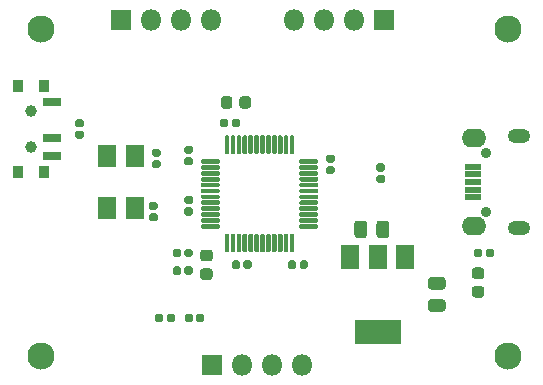
<source format=gbr>
%TF.GenerationSoftware,KiCad,Pcbnew,(5.1.6)-1*%
%TF.CreationDate,2022-03-08T04:09:40+09:00*%
%TF.ProjectId,STM32-project,53544d33-322d-4707-926f-6a6563742e6b,rev?*%
%TF.SameCoordinates,Original*%
%TF.FileFunction,Soldermask,Top*%
%TF.FilePolarity,Negative*%
%FSLAX46Y46*%
G04 Gerber Fmt 4.6, Leading zero omitted, Abs format (unit mm)*
G04 Created by KiCad (PCBNEW (5.1.6)-1) date 2022-03-08 04:09:40*
%MOMM*%
%LPD*%
G01*
G04 APERTURE LIST*
%ADD10O,0.900000X0.900000*%
%ADD11O,1.900000X1.250000*%
%ADD12O,2.100000X1.550000*%
%ADD13R,1.400000X0.550000*%
%ADD14R,0.900000X1.100000*%
%ADD15R,1.600000X0.800000*%
%ADD16C,1.000000*%
%ADD17C,2.300000*%
%ADD18R,1.500000X1.900000*%
%ADD19R,1.600000X2.100000*%
%ADD20R,3.900000X2.100000*%
%ADD21O,1.800000X1.800000*%
%ADD22R,1.800000X1.800000*%
G04 APERTURE END LIST*
D10*
%TO.C,J1*%
X95700000Y-77000000D03*
X95700000Y-82000000D03*
D11*
X98450000Y-75625000D03*
X98450000Y-83375000D03*
D12*
X94650000Y-75775000D03*
X94650000Y-83225000D03*
D13*
X94600000Y-78200000D03*
X94600000Y-78850000D03*
X94600000Y-79500000D03*
X94600000Y-80150000D03*
X94600000Y-80800000D03*
%TD*%
D14*
%TO.C,SW1*%
X58280000Y-71350000D03*
X58280000Y-78650000D03*
X56070000Y-78650000D03*
X56070000Y-71350000D03*
D15*
X58930000Y-77250000D03*
X58930000Y-75750000D03*
X58930000Y-72750000D03*
D16*
X57170000Y-76500000D03*
X57170000Y-73500000D03*
%TD*%
D17*
%TO.C,H4*%
X97500000Y-66500000D03*
%TD*%
%TO.C,H3*%
X58000000Y-66500000D03*
%TD*%
%TO.C,H2*%
X97500000Y-94250000D03*
%TD*%
%TO.C,H1*%
X58000000Y-94250000D03*
%TD*%
D18*
%TO.C,Y1*%
X65950000Y-77300000D03*
X65950000Y-81700000D03*
X63550000Y-81700000D03*
X63550000Y-77300000D03*
%TD*%
%TO.C,U2*%
G36*
G01*
X73550000Y-77025000D02*
X73550000Y-75650000D01*
G75*
G02*
X73650000Y-75550000I100000J0D01*
G01*
X73850000Y-75550000D01*
G75*
G02*
X73950000Y-75650000I0J-100000D01*
G01*
X73950000Y-77025000D01*
G75*
G02*
X73850000Y-77125000I-100000J0D01*
G01*
X73650000Y-77125000D01*
G75*
G02*
X73550000Y-77025000I0J100000D01*
G01*
G37*
G36*
G01*
X74050000Y-77025000D02*
X74050000Y-75650000D01*
G75*
G02*
X74150000Y-75550000I100000J0D01*
G01*
X74350000Y-75550000D01*
G75*
G02*
X74450000Y-75650000I0J-100000D01*
G01*
X74450000Y-77025000D01*
G75*
G02*
X74350000Y-77125000I-100000J0D01*
G01*
X74150000Y-77125000D01*
G75*
G02*
X74050000Y-77025000I0J100000D01*
G01*
G37*
G36*
G01*
X74550000Y-77025000D02*
X74550000Y-75650000D01*
G75*
G02*
X74650000Y-75550000I100000J0D01*
G01*
X74850000Y-75550000D01*
G75*
G02*
X74950000Y-75650000I0J-100000D01*
G01*
X74950000Y-77025000D01*
G75*
G02*
X74850000Y-77125000I-100000J0D01*
G01*
X74650000Y-77125000D01*
G75*
G02*
X74550000Y-77025000I0J100000D01*
G01*
G37*
G36*
G01*
X75050000Y-77025000D02*
X75050000Y-75650000D01*
G75*
G02*
X75150000Y-75550000I100000J0D01*
G01*
X75350000Y-75550000D01*
G75*
G02*
X75450000Y-75650000I0J-100000D01*
G01*
X75450000Y-77025000D01*
G75*
G02*
X75350000Y-77125000I-100000J0D01*
G01*
X75150000Y-77125000D01*
G75*
G02*
X75050000Y-77025000I0J100000D01*
G01*
G37*
G36*
G01*
X75550000Y-77025000D02*
X75550000Y-75650000D01*
G75*
G02*
X75650000Y-75550000I100000J0D01*
G01*
X75850000Y-75550000D01*
G75*
G02*
X75950000Y-75650000I0J-100000D01*
G01*
X75950000Y-77025000D01*
G75*
G02*
X75850000Y-77125000I-100000J0D01*
G01*
X75650000Y-77125000D01*
G75*
G02*
X75550000Y-77025000I0J100000D01*
G01*
G37*
G36*
G01*
X76050000Y-77025000D02*
X76050000Y-75650000D01*
G75*
G02*
X76150000Y-75550000I100000J0D01*
G01*
X76350000Y-75550000D01*
G75*
G02*
X76450000Y-75650000I0J-100000D01*
G01*
X76450000Y-77025000D01*
G75*
G02*
X76350000Y-77125000I-100000J0D01*
G01*
X76150000Y-77125000D01*
G75*
G02*
X76050000Y-77025000I0J100000D01*
G01*
G37*
G36*
G01*
X76550000Y-77025000D02*
X76550000Y-75650000D01*
G75*
G02*
X76650000Y-75550000I100000J0D01*
G01*
X76850000Y-75550000D01*
G75*
G02*
X76950000Y-75650000I0J-100000D01*
G01*
X76950000Y-77025000D01*
G75*
G02*
X76850000Y-77125000I-100000J0D01*
G01*
X76650000Y-77125000D01*
G75*
G02*
X76550000Y-77025000I0J100000D01*
G01*
G37*
G36*
G01*
X77050000Y-77025000D02*
X77050000Y-75650000D01*
G75*
G02*
X77150000Y-75550000I100000J0D01*
G01*
X77350000Y-75550000D01*
G75*
G02*
X77450000Y-75650000I0J-100000D01*
G01*
X77450000Y-77025000D01*
G75*
G02*
X77350000Y-77125000I-100000J0D01*
G01*
X77150000Y-77125000D01*
G75*
G02*
X77050000Y-77025000I0J100000D01*
G01*
G37*
G36*
G01*
X77550000Y-77025000D02*
X77550000Y-75650000D01*
G75*
G02*
X77650000Y-75550000I100000J0D01*
G01*
X77850000Y-75550000D01*
G75*
G02*
X77950000Y-75650000I0J-100000D01*
G01*
X77950000Y-77025000D01*
G75*
G02*
X77850000Y-77125000I-100000J0D01*
G01*
X77650000Y-77125000D01*
G75*
G02*
X77550000Y-77025000I0J100000D01*
G01*
G37*
G36*
G01*
X78050000Y-77025000D02*
X78050000Y-75650000D01*
G75*
G02*
X78150000Y-75550000I100000J0D01*
G01*
X78350000Y-75550000D01*
G75*
G02*
X78450000Y-75650000I0J-100000D01*
G01*
X78450000Y-77025000D01*
G75*
G02*
X78350000Y-77125000I-100000J0D01*
G01*
X78150000Y-77125000D01*
G75*
G02*
X78050000Y-77025000I0J100000D01*
G01*
G37*
G36*
G01*
X78550000Y-77025000D02*
X78550000Y-75650000D01*
G75*
G02*
X78650000Y-75550000I100000J0D01*
G01*
X78850000Y-75550000D01*
G75*
G02*
X78950000Y-75650000I0J-100000D01*
G01*
X78950000Y-77025000D01*
G75*
G02*
X78850000Y-77125000I-100000J0D01*
G01*
X78650000Y-77125000D01*
G75*
G02*
X78550000Y-77025000I0J100000D01*
G01*
G37*
G36*
G01*
X79050000Y-77025000D02*
X79050000Y-75650000D01*
G75*
G02*
X79150000Y-75550000I100000J0D01*
G01*
X79350000Y-75550000D01*
G75*
G02*
X79450000Y-75650000I0J-100000D01*
G01*
X79450000Y-77025000D01*
G75*
G02*
X79350000Y-77125000I-100000J0D01*
G01*
X79150000Y-77125000D01*
G75*
G02*
X79050000Y-77025000I0J100000D01*
G01*
G37*
G36*
G01*
X79875000Y-77850000D02*
X79875000Y-77650000D01*
G75*
G02*
X79975000Y-77550000I100000J0D01*
G01*
X81350000Y-77550000D01*
G75*
G02*
X81450000Y-77650000I0J-100000D01*
G01*
X81450000Y-77850000D01*
G75*
G02*
X81350000Y-77950000I-100000J0D01*
G01*
X79975000Y-77950000D01*
G75*
G02*
X79875000Y-77850000I0J100000D01*
G01*
G37*
G36*
G01*
X79875000Y-78350000D02*
X79875000Y-78150000D01*
G75*
G02*
X79975000Y-78050000I100000J0D01*
G01*
X81350000Y-78050000D01*
G75*
G02*
X81450000Y-78150000I0J-100000D01*
G01*
X81450000Y-78350000D01*
G75*
G02*
X81350000Y-78450000I-100000J0D01*
G01*
X79975000Y-78450000D01*
G75*
G02*
X79875000Y-78350000I0J100000D01*
G01*
G37*
G36*
G01*
X79875000Y-78850000D02*
X79875000Y-78650000D01*
G75*
G02*
X79975000Y-78550000I100000J0D01*
G01*
X81350000Y-78550000D01*
G75*
G02*
X81450000Y-78650000I0J-100000D01*
G01*
X81450000Y-78850000D01*
G75*
G02*
X81350000Y-78950000I-100000J0D01*
G01*
X79975000Y-78950000D01*
G75*
G02*
X79875000Y-78850000I0J100000D01*
G01*
G37*
G36*
G01*
X79875000Y-79350000D02*
X79875000Y-79150000D01*
G75*
G02*
X79975000Y-79050000I100000J0D01*
G01*
X81350000Y-79050000D01*
G75*
G02*
X81450000Y-79150000I0J-100000D01*
G01*
X81450000Y-79350000D01*
G75*
G02*
X81350000Y-79450000I-100000J0D01*
G01*
X79975000Y-79450000D01*
G75*
G02*
X79875000Y-79350000I0J100000D01*
G01*
G37*
G36*
G01*
X79875000Y-79850000D02*
X79875000Y-79650000D01*
G75*
G02*
X79975000Y-79550000I100000J0D01*
G01*
X81350000Y-79550000D01*
G75*
G02*
X81450000Y-79650000I0J-100000D01*
G01*
X81450000Y-79850000D01*
G75*
G02*
X81350000Y-79950000I-100000J0D01*
G01*
X79975000Y-79950000D01*
G75*
G02*
X79875000Y-79850000I0J100000D01*
G01*
G37*
G36*
G01*
X79875000Y-80350000D02*
X79875000Y-80150000D01*
G75*
G02*
X79975000Y-80050000I100000J0D01*
G01*
X81350000Y-80050000D01*
G75*
G02*
X81450000Y-80150000I0J-100000D01*
G01*
X81450000Y-80350000D01*
G75*
G02*
X81350000Y-80450000I-100000J0D01*
G01*
X79975000Y-80450000D01*
G75*
G02*
X79875000Y-80350000I0J100000D01*
G01*
G37*
G36*
G01*
X79875000Y-80850000D02*
X79875000Y-80650000D01*
G75*
G02*
X79975000Y-80550000I100000J0D01*
G01*
X81350000Y-80550000D01*
G75*
G02*
X81450000Y-80650000I0J-100000D01*
G01*
X81450000Y-80850000D01*
G75*
G02*
X81350000Y-80950000I-100000J0D01*
G01*
X79975000Y-80950000D01*
G75*
G02*
X79875000Y-80850000I0J100000D01*
G01*
G37*
G36*
G01*
X79875000Y-81350000D02*
X79875000Y-81150000D01*
G75*
G02*
X79975000Y-81050000I100000J0D01*
G01*
X81350000Y-81050000D01*
G75*
G02*
X81450000Y-81150000I0J-100000D01*
G01*
X81450000Y-81350000D01*
G75*
G02*
X81350000Y-81450000I-100000J0D01*
G01*
X79975000Y-81450000D01*
G75*
G02*
X79875000Y-81350000I0J100000D01*
G01*
G37*
G36*
G01*
X79875000Y-81850000D02*
X79875000Y-81650000D01*
G75*
G02*
X79975000Y-81550000I100000J0D01*
G01*
X81350000Y-81550000D01*
G75*
G02*
X81450000Y-81650000I0J-100000D01*
G01*
X81450000Y-81850000D01*
G75*
G02*
X81350000Y-81950000I-100000J0D01*
G01*
X79975000Y-81950000D01*
G75*
G02*
X79875000Y-81850000I0J100000D01*
G01*
G37*
G36*
G01*
X79875000Y-82350000D02*
X79875000Y-82150000D01*
G75*
G02*
X79975000Y-82050000I100000J0D01*
G01*
X81350000Y-82050000D01*
G75*
G02*
X81450000Y-82150000I0J-100000D01*
G01*
X81450000Y-82350000D01*
G75*
G02*
X81350000Y-82450000I-100000J0D01*
G01*
X79975000Y-82450000D01*
G75*
G02*
X79875000Y-82350000I0J100000D01*
G01*
G37*
G36*
G01*
X79875000Y-82850000D02*
X79875000Y-82650000D01*
G75*
G02*
X79975000Y-82550000I100000J0D01*
G01*
X81350000Y-82550000D01*
G75*
G02*
X81450000Y-82650000I0J-100000D01*
G01*
X81450000Y-82850000D01*
G75*
G02*
X81350000Y-82950000I-100000J0D01*
G01*
X79975000Y-82950000D01*
G75*
G02*
X79875000Y-82850000I0J100000D01*
G01*
G37*
G36*
G01*
X79875000Y-83350000D02*
X79875000Y-83150000D01*
G75*
G02*
X79975000Y-83050000I100000J0D01*
G01*
X81350000Y-83050000D01*
G75*
G02*
X81450000Y-83150000I0J-100000D01*
G01*
X81450000Y-83350000D01*
G75*
G02*
X81350000Y-83450000I-100000J0D01*
G01*
X79975000Y-83450000D01*
G75*
G02*
X79875000Y-83350000I0J100000D01*
G01*
G37*
G36*
G01*
X79050000Y-85350000D02*
X79050000Y-83975000D01*
G75*
G02*
X79150000Y-83875000I100000J0D01*
G01*
X79350000Y-83875000D01*
G75*
G02*
X79450000Y-83975000I0J-100000D01*
G01*
X79450000Y-85350000D01*
G75*
G02*
X79350000Y-85450000I-100000J0D01*
G01*
X79150000Y-85450000D01*
G75*
G02*
X79050000Y-85350000I0J100000D01*
G01*
G37*
G36*
G01*
X78550000Y-85350000D02*
X78550000Y-83975000D01*
G75*
G02*
X78650000Y-83875000I100000J0D01*
G01*
X78850000Y-83875000D01*
G75*
G02*
X78950000Y-83975000I0J-100000D01*
G01*
X78950000Y-85350000D01*
G75*
G02*
X78850000Y-85450000I-100000J0D01*
G01*
X78650000Y-85450000D01*
G75*
G02*
X78550000Y-85350000I0J100000D01*
G01*
G37*
G36*
G01*
X78050000Y-85350000D02*
X78050000Y-83975000D01*
G75*
G02*
X78150000Y-83875000I100000J0D01*
G01*
X78350000Y-83875000D01*
G75*
G02*
X78450000Y-83975000I0J-100000D01*
G01*
X78450000Y-85350000D01*
G75*
G02*
X78350000Y-85450000I-100000J0D01*
G01*
X78150000Y-85450000D01*
G75*
G02*
X78050000Y-85350000I0J100000D01*
G01*
G37*
G36*
G01*
X77550000Y-85350000D02*
X77550000Y-83975000D01*
G75*
G02*
X77650000Y-83875000I100000J0D01*
G01*
X77850000Y-83875000D01*
G75*
G02*
X77950000Y-83975000I0J-100000D01*
G01*
X77950000Y-85350000D01*
G75*
G02*
X77850000Y-85450000I-100000J0D01*
G01*
X77650000Y-85450000D01*
G75*
G02*
X77550000Y-85350000I0J100000D01*
G01*
G37*
G36*
G01*
X77050000Y-85350000D02*
X77050000Y-83975000D01*
G75*
G02*
X77150000Y-83875000I100000J0D01*
G01*
X77350000Y-83875000D01*
G75*
G02*
X77450000Y-83975000I0J-100000D01*
G01*
X77450000Y-85350000D01*
G75*
G02*
X77350000Y-85450000I-100000J0D01*
G01*
X77150000Y-85450000D01*
G75*
G02*
X77050000Y-85350000I0J100000D01*
G01*
G37*
G36*
G01*
X76550000Y-85350000D02*
X76550000Y-83975000D01*
G75*
G02*
X76650000Y-83875000I100000J0D01*
G01*
X76850000Y-83875000D01*
G75*
G02*
X76950000Y-83975000I0J-100000D01*
G01*
X76950000Y-85350000D01*
G75*
G02*
X76850000Y-85450000I-100000J0D01*
G01*
X76650000Y-85450000D01*
G75*
G02*
X76550000Y-85350000I0J100000D01*
G01*
G37*
G36*
G01*
X76050000Y-85350000D02*
X76050000Y-83975000D01*
G75*
G02*
X76150000Y-83875000I100000J0D01*
G01*
X76350000Y-83875000D01*
G75*
G02*
X76450000Y-83975000I0J-100000D01*
G01*
X76450000Y-85350000D01*
G75*
G02*
X76350000Y-85450000I-100000J0D01*
G01*
X76150000Y-85450000D01*
G75*
G02*
X76050000Y-85350000I0J100000D01*
G01*
G37*
G36*
G01*
X75550000Y-85350000D02*
X75550000Y-83975000D01*
G75*
G02*
X75650000Y-83875000I100000J0D01*
G01*
X75850000Y-83875000D01*
G75*
G02*
X75950000Y-83975000I0J-100000D01*
G01*
X75950000Y-85350000D01*
G75*
G02*
X75850000Y-85450000I-100000J0D01*
G01*
X75650000Y-85450000D01*
G75*
G02*
X75550000Y-85350000I0J100000D01*
G01*
G37*
G36*
G01*
X75050000Y-85350000D02*
X75050000Y-83975000D01*
G75*
G02*
X75150000Y-83875000I100000J0D01*
G01*
X75350000Y-83875000D01*
G75*
G02*
X75450000Y-83975000I0J-100000D01*
G01*
X75450000Y-85350000D01*
G75*
G02*
X75350000Y-85450000I-100000J0D01*
G01*
X75150000Y-85450000D01*
G75*
G02*
X75050000Y-85350000I0J100000D01*
G01*
G37*
G36*
G01*
X74550000Y-85350000D02*
X74550000Y-83975000D01*
G75*
G02*
X74650000Y-83875000I100000J0D01*
G01*
X74850000Y-83875000D01*
G75*
G02*
X74950000Y-83975000I0J-100000D01*
G01*
X74950000Y-85350000D01*
G75*
G02*
X74850000Y-85450000I-100000J0D01*
G01*
X74650000Y-85450000D01*
G75*
G02*
X74550000Y-85350000I0J100000D01*
G01*
G37*
G36*
G01*
X74050000Y-85350000D02*
X74050000Y-83975000D01*
G75*
G02*
X74150000Y-83875000I100000J0D01*
G01*
X74350000Y-83875000D01*
G75*
G02*
X74450000Y-83975000I0J-100000D01*
G01*
X74450000Y-85350000D01*
G75*
G02*
X74350000Y-85450000I-100000J0D01*
G01*
X74150000Y-85450000D01*
G75*
G02*
X74050000Y-85350000I0J100000D01*
G01*
G37*
G36*
G01*
X73550000Y-85350000D02*
X73550000Y-83975000D01*
G75*
G02*
X73650000Y-83875000I100000J0D01*
G01*
X73850000Y-83875000D01*
G75*
G02*
X73950000Y-83975000I0J-100000D01*
G01*
X73950000Y-85350000D01*
G75*
G02*
X73850000Y-85450000I-100000J0D01*
G01*
X73650000Y-85450000D01*
G75*
G02*
X73550000Y-85350000I0J100000D01*
G01*
G37*
G36*
G01*
X71550000Y-83350000D02*
X71550000Y-83150000D01*
G75*
G02*
X71650000Y-83050000I100000J0D01*
G01*
X73025000Y-83050000D01*
G75*
G02*
X73125000Y-83150000I0J-100000D01*
G01*
X73125000Y-83350000D01*
G75*
G02*
X73025000Y-83450000I-100000J0D01*
G01*
X71650000Y-83450000D01*
G75*
G02*
X71550000Y-83350000I0J100000D01*
G01*
G37*
G36*
G01*
X71550000Y-82850000D02*
X71550000Y-82650000D01*
G75*
G02*
X71650000Y-82550000I100000J0D01*
G01*
X73025000Y-82550000D01*
G75*
G02*
X73125000Y-82650000I0J-100000D01*
G01*
X73125000Y-82850000D01*
G75*
G02*
X73025000Y-82950000I-100000J0D01*
G01*
X71650000Y-82950000D01*
G75*
G02*
X71550000Y-82850000I0J100000D01*
G01*
G37*
G36*
G01*
X71550000Y-82350000D02*
X71550000Y-82150000D01*
G75*
G02*
X71650000Y-82050000I100000J0D01*
G01*
X73025000Y-82050000D01*
G75*
G02*
X73125000Y-82150000I0J-100000D01*
G01*
X73125000Y-82350000D01*
G75*
G02*
X73025000Y-82450000I-100000J0D01*
G01*
X71650000Y-82450000D01*
G75*
G02*
X71550000Y-82350000I0J100000D01*
G01*
G37*
G36*
G01*
X71550000Y-81850000D02*
X71550000Y-81650000D01*
G75*
G02*
X71650000Y-81550000I100000J0D01*
G01*
X73025000Y-81550000D01*
G75*
G02*
X73125000Y-81650000I0J-100000D01*
G01*
X73125000Y-81850000D01*
G75*
G02*
X73025000Y-81950000I-100000J0D01*
G01*
X71650000Y-81950000D01*
G75*
G02*
X71550000Y-81850000I0J100000D01*
G01*
G37*
G36*
G01*
X71550000Y-81350000D02*
X71550000Y-81150000D01*
G75*
G02*
X71650000Y-81050000I100000J0D01*
G01*
X73025000Y-81050000D01*
G75*
G02*
X73125000Y-81150000I0J-100000D01*
G01*
X73125000Y-81350000D01*
G75*
G02*
X73025000Y-81450000I-100000J0D01*
G01*
X71650000Y-81450000D01*
G75*
G02*
X71550000Y-81350000I0J100000D01*
G01*
G37*
G36*
G01*
X71550000Y-80850000D02*
X71550000Y-80650000D01*
G75*
G02*
X71650000Y-80550000I100000J0D01*
G01*
X73025000Y-80550000D01*
G75*
G02*
X73125000Y-80650000I0J-100000D01*
G01*
X73125000Y-80850000D01*
G75*
G02*
X73025000Y-80950000I-100000J0D01*
G01*
X71650000Y-80950000D01*
G75*
G02*
X71550000Y-80850000I0J100000D01*
G01*
G37*
G36*
G01*
X71550000Y-80350000D02*
X71550000Y-80150000D01*
G75*
G02*
X71650000Y-80050000I100000J0D01*
G01*
X73025000Y-80050000D01*
G75*
G02*
X73125000Y-80150000I0J-100000D01*
G01*
X73125000Y-80350000D01*
G75*
G02*
X73025000Y-80450000I-100000J0D01*
G01*
X71650000Y-80450000D01*
G75*
G02*
X71550000Y-80350000I0J100000D01*
G01*
G37*
G36*
G01*
X71550000Y-79850000D02*
X71550000Y-79650000D01*
G75*
G02*
X71650000Y-79550000I100000J0D01*
G01*
X73025000Y-79550000D01*
G75*
G02*
X73125000Y-79650000I0J-100000D01*
G01*
X73125000Y-79850000D01*
G75*
G02*
X73025000Y-79950000I-100000J0D01*
G01*
X71650000Y-79950000D01*
G75*
G02*
X71550000Y-79850000I0J100000D01*
G01*
G37*
G36*
G01*
X71550000Y-79350000D02*
X71550000Y-79150000D01*
G75*
G02*
X71650000Y-79050000I100000J0D01*
G01*
X73025000Y-79050000D01*
G75*
G02*
X73125000Y-79150000I0J-100000D01*
G01*
X73125000Y-79350000D01*
G75*
G02*
X73025000Y-79450000I-100000J0D01*
G01*
X71650000Y-79450000D01*
G75*
G02*
X71550000Y-79350000I0J100000D01*
G01*
G37*
G36*
G01*
X71550000Y-78850000D02*
X71550000Y-78650000D01*
G75*
G02*
X71650000Y-78550000I100000J0D01*
G01*
X73025000Y-78550000D01*
G75*
G02*
X73125000Y-78650000I0J-100000D01*
G01*
X73125000Y-78850000D01*
G75*
G02*
X73025000Y-78950000I-100000J0D01*
G01*
X71650000Y-78950000D01*
G75*
G02*
X71550000Y-78850000I0J100000D01*
G01*
G37*
G36*
G01*
X71550000Y-78350000D02*
X71550000Y-78150000D01*
G75*
G02*
X71650000Y-78050000I100000J0D01*
G01*
X73025000Y-78050000D01*
G75*
G02*
X73125000Y-78150000I0J-100000D01*
G01*
X73125000Y-78350000D01*
G75*
G02*
X73025000Y-78450000I-100000J0D01*
G01*
X71650000Y-78450000D01*
G75*
G02*
X71550000Y-78350000I0J100000D01*
G01*
G37*
G36*
G01*
X71550000Y-77850000D02*
X71550000Y-77650000D01*
G75*
G02*
X71650000Y-77550000I100000J0D01*
G01*
X73025000Y-77550000D01*
G75*
G02*
X73125000Y-77650000I0J-100000D01*
G01*
X73125000Y-77850000D01*
G75*
G02*
X73025000Y-77950000I-100000J0D01*
G01*
X71650000Y-77950000D01*
G75*
G02*
X71550000Y-77850000I0J100000D01*
G01*
G37*
%TD*%
D19*
%TO.C,U1*%
X88800000Y-85850000D03*
X84200000Y-85850000D03*
X86500000Y-85850000D03*
D20*
X86500000Y-92150000D03*
%TD*%
%TO.C,R5*%
G36*
G01*
X71140000Y-91197500D02*
X71140000Y-90802500D01*
G75*
G02*
X71312500Y-90630000I172500J0D01*
G01*
X71657500Y-90630000D01*
G75*
G02*
X71830000Y-90802500I0J-172500D01*
G01*
X71830000Y-91197500D01*
G75*
G02*
X71657500Y-91370000I-172500J0D01*
G01*
X71312500Y-91370000D01*
G75*
G02*
X71140000Y-91197500I0J172500D01*
G01*
G37*
G36*
G01*
X70170000Y-91197500D02*
X70170000Y-90802500D01*
G75*
G02*
X70342500Y-90630000I172500J0D01*
G01*
X70687500Y-90630000D01*
G75*
G02*
X70860000Y-90802500I0J-172500D01*
G01*
X70860000Y-91197500D01*
G75*
G02*
X70687500Y-91370000I-172500J0D01*
G01*
X70342500Y-91370000D01*
G75*
G02*
X70170000Y-91197500I0J172500D01*
G01*
G37*
%TD*%
%TO.C,R4*%
G36*
G01*
X68360000Y-90802500D02*
X68360000Y-91197500D01*
G75*
G02*
X68187500Y-91370000I-172500J0D01*
G01*
X67842500Y-91370000D01*
G75*
G02*
X67670000Y-91197500I0J172500D01*
G01*
X67670000Y-90802500D01*
G75*
G02*
X67842500Y-90630000I172500J0D01*
G01*
X68187500Y-90630000D01*
G75*
G02*
X68360000Y-90802500I0J-172500D01*
G01*
G37*
G36*
G01*
X69330000Y-90802500D02*
X69330000Y-91197500D01*
G75*
G02*
X69157500Y-91370000I-172500J0D01*
G01*
X68812500Y-91370000D01*
G75*
G02*
X68640000Y-91197500I0J172500D01*
G01*
X68640000Y-90802500D01*
G75*
G02*
X68812500Y-90630000I172500J0D01*
G01*
X69157500Y-90630000D01*
G75*
G02*
X69330000Y-90802500I0J-172500D01*
G01*
G37*
%TD*%
%TO.C,R3*%
G36*
G01*
X86552500Y-78890000D02*
X86947500Y-78890000D01*
G75*
G02*
X87120000Y-79062500I0J-172500D01*
G01*
X87120000Y-79407500D01*
G75*
G02*
X86947500Y-79580000I-172500J0D01*
G01*
X86552500Y-79580000D01*
G75*
G02*
X86380000Y-79407500I0J172500D01*
G01*
X86380000Y-79062500D01*
G75*
G02*
X86552500Y-78890000I172500J0D01*
G01*
G37*
G36*
G01*
X86552500Y-77920000D02*
X86947500Y-77920000D01*
G75*
G02*
X87120000Y-78092500I0J-172500D01*
G01*
X87120000Y-78437500D01*
G75*
G02*
X86947500Y-78610000I-172500J0D01*
G01*
X86552500Y-78610000D01*
G75*
G02*
X86380000Y-78437500I0J172500D01*
G01*
X86380000Y-78092500D01*
G75*
G02*
X86552500Y-77920000I172500J0D01*
G01*
G37*
%TD*%
%TO.C,R2*%
G36*
G01*
X61052500Y-75140000D02*
X61447500Y-75140000D01*
G75*
G02*
X61620000Y-75312500I0J-172500D01*
G01*
X61620000Y-75657500D01*
G75*
G02*
X61447500Y-75830000I-172500J0D01*
G01*
X61052500Y-75830000D01*
G75*
G02*
X60880000Y-75657500I0J172500D01*
G01*
X60880000Y-75312500D01*
G75*
G02*
X61052500Y-75140000I172500J0D01*
G01*
G37*
G36*
G01*
X61052500Y-74170000D02*
X61447500Y-74170000D01*
G75*
G02*
X61620000Y-74342500I0J-172500D01*
G01*
X61620000Y-74687500D01*
G75*
G02*
X61447500Y-74860000I-172500J0D01*
G01*
X61052500Y-74860000D01*
G75*
G02*
X60880000Y-74687500I0J172500D01*
G01*
X60880000Y-74342500D01*
G75*
G02*
X61052500Y-74170000I172500J0D01*
G01*
G37*
%TD*%
%TO.C,R1*%
G36*
G01*
X95640000Y-85697500D02*
X95640000Y-85302500D01*
G75*
G02*
X95812500Y-85130000I172500J0D01*
G01*
X96157500Y-85130000D01*
G75*
G02*
X96330000Y-85302500I0J-172500D01*
G01*
X96330000Y-85697500D01*
G75*
G02*
X96157500Y-85870000I-172500J0D01*
G01*
X95812500Y-85870000D01*
G75*
G02*
X95640000Y-85697500I0J172500D01*
G01*
G37*
G36*
G01*
X94670000Y-85697500D02*
X94670000Y-85302500D01*
G75*
G02*
X94842500Y-85130000I172500J0D01*
G01*
X95187500Y-85130000D01*
G75*
G02*
X95360000Y-85302500I0J-172500D01*
G01*
X95360000Y-85697500D01*
G75*
G02*
X95187500Y-85870000I-172500J0D01*
G01*
X94842500Y-85870000D01*
G75*
G02*
X94670000Y-85697500I0J172500D01*
G01*
G37*
%TD*%
D21*
%TO.C,J4*%
X80120000Y-95000000D03*
X77580000Y-95000000D03*
X75040000Y-95000000D03*
D22*
X72500000Y-95000000D03*
%TD*%
D21*
%TO.C,J3*%
X79380000Y-65750000D03*
X81920000Y-65750000D03*
X84460000Y-65750000D03*
D22*
X87000000Y-65750000D03*
%TD*%
D21*
%TO.C,J2*%
X72370000Y-65750000D03*
X69830000Y-65750000D03*
X67290000Y-65750000D03*
D22*
X64750000Y-65750000D03*
%TD*%
%TO.C,FB1*%
G36*
G01*
X72281250Y-86200000D02*
X71718750Y-86200000D01*
G75*
G02*
X71475000Y-85956250I0J243750D01*
G01*
X71475000Y-85468750D01*
G75*
G02*
X71718750Y-85225000I243750J0D01*
G01*
X72281250Y-85225000D01*
G75*
G02*
X72525000Y-85468750I0J-243750D01*
G01*
X72525000Y-85956250D01*
G75*
G02*
X72281250Y-86200000I-243750J0D01*
G01*
G37*
G36*
G01*
X72281250Y-87775000D02*
X71718750Y-87775000D01*
G75*
G02*
X71475000Y-87531250I0J243750D01*
G01*
X71475000Y-87043750D01*
G75*
G02*
X71718750Y-86800000I243750J0D01*
G01*
X72281250Y-86800000D01*
G75*
G02*
X72525000Y-87043750I0J-243750D01*
G01*
X72525000Y-87531250D01*
G75*
G02*
X72281250Y-87775000I-243750J0D01*
G01*
G37*
%TD*%
%TO.C,D1*%
G36*
G01*
X94718750Y-88300000D02*
X95281250Y-88300000D01*
G75*
G02*
X95525000Y-88543750I0J-243750D01*
G01*
X95525000Y-89031250D01*
G75*
G02*
X95281250Y-89275000I-243750J0D01*
G01*
X94718750Y-89275000D01*
G75*
G02*
X94475000Y-89031250I0J243750D01*
G01*
X94475000Y-88543750D01*
G75*
G02*
X94718750Y-88300000I243750J0D01*
G01*
G37*
G36*
G01*
X94718750Y-86725000D02*
X95281250Y-86725000D01*
G75*
G02*
X95525000Y-86968750I0J-243750D01*
G01*
X95525000Y-87456250D01*
G75*
G02*
X95281250Y-87700000I-243750J0D01*
G01*
X94718750Y-87700000D01*
G75*
G02*
X94475000Y-87456250I0J243750D01*
G01*
X94475000Y-86968750D01*
G75*
G02*
X94718750Y-86725000I243750J0D01*
G01*
G37*
%TD*%
%TO.C,C13*%
G36*
G01*
X67697500Y-81860000D02*
X67302500Y-81860000D01*
G75*
G02*
X67130000Y-81687500I0J172500D01*
G01*
X67130000Y-81342500D01*
G75*
G02*
X67302500Y-81170000I172500J0D01*
G01*
X67697500Y-81170000D01*
G75*
G02*
X67870000Y-81342500I0J-172500D01*
G01*
X67870000Y-81687500D01*
G75*
G02*
X67697500Y-81860000I-172500J0D01*
G01*
G37*
G36*
G01*
X67697500Y-82830000D02*
X67302500Y-82830000D01*
G75*
G02*
X67130000Y-82657500I0J172500D01*
G01*
X67130000Y-82312500D01*
G75*
G02*
X67302500Y-82140000I172500J0D01*
G01*
X67697500Y-82140000D01*
G75*
G02*
X67870000Y-82312500I0J-172500D01*
G01*
X67870000Y-82657500D01*
G75*
G02*
X67697500Y-82830000I-172500J0D01*
G01*
G37*
%TD*%
%TO.C,C12*%
G36*
G01*
X67947500Y-77360000D02*
X67552500Y-77360000D01*
G75*
G02*
X67380000Y-77187500I0J172500D01*
G01*
X67380000Y-76842500D01*
G75*
G02*
X67552500Y-76670000I172500J0D01*
G01*
X67947500Y-76670000D01*
G75*
G02*
X68120000Y-76842500I0J-172500D01*
G01*
X68120000Y-77187500D01*
G75*
G02*
X67947500Y-77360000I-172500J0D01*
G01*
G37*
G36*
G01*
X67947500Y-78330000D02*
X67552500Y-78330000D01*
G75*
G02*
X67380000Y-78157500I0J172500D01*
G01*
X67380000Y-77812500D01*
G75*
G02*
X67552500Y-77640000I172500J0D01*
G01*
X67947500Y-77640000D01*
G75*
G02*
X68120000Y-77812500I0J-172500D01*
G01*
X68120000Y-78157500D01*
G75*
G02*
X67947500Y-78330000I-172500J0D01*
G01*
G37*
%TD*%
%TO.C,C11*%
G36*
G01*
X75140000Y-86697500D02*
X75140000Y-86302500D01*
G75*
G02*
X75312500Y-86130000I172500J0D01*
G01*
X75657500Y-86130000D01*
G75*
G02*
X75830000Y-86302500I0J-172500D01*
G01*
X75830000Y-86697500D01*
G75*
G02*
X75657500Y-86870000I-172500J0D01*
G01*
X75312500Y-86870000D01*
G75*
G02*
X75140000Y-86697500I0J172500D01*
G01*
G37*
G36*
G01*
X74170000Y-86697500D02*
X74170000Y-86302500D01*
G75*
G02*
X74342500Y-86130000I172500J0D01*
G01*
X74687500Y-86130000D01*
G75*
G02*
X74860000Y-86302500I0J-172500D01*
G01*
X74860000Y-86697500D01*
G75*
G02*
X74687500Y-86870000I-172500J0D01*
G01*
X74342500Y-86870000D01*
G75*
G02*
X74170000Y-86697500I0J172500D01*
G01*
G37*
%TD*%
%TO.C,C10*%
G36*
G01*
X69860000Y-86802500D02*
X69860000Y-87197500D01*
G75*
G02*
X69687500Y-87370000I-172500J0D01*
G01*
X69342500Y-87370000D01*
G75*
G02*
X69170000Y-87197500I0J172500D01*
G01*
X69170000Y-86802500D01*
G75*
G02*
X69342500Y-86630000I172500J0D01*
G01*
X69687500Y-86630000D01*
G75*
G02*
X69860000Y-86802500I0J-172500D01*
G01*
G37*
G36*
G01*
X70830000Y-86802500D02*
X70830000Y-87197500D01*
G75*
G02*
X70657500Y-87370000I-172500J0D01*
G01*
X70312500Y-87370000D01*
G75*
G02*
X70140000Y-87197500I0J172500D01*
G01*
X70140000Y-86802500D01*
G75*
G02*
X70312500Y-86630000I172500J0D01*
G01*
X70657500Y-86630000D01*
G75*
G02*
X70830000Y-86802500I0J-172500D01*
G01*
G37*
%TD*%
%TO.C,C9*%
G36*
G01*
X69860000Y-85302500D02*
X69860000Y-85697500D01*
G75*
G02*
X69687500Y-85870000I-172500J0D01*
G01*
X69342500Y-85870000D01*
G75*
G02*
X69170000Y-85697500I0J172500D01*
G01*
X69170000Y-85302500D01*
G75*
G02*
X69342500Y-85130000I172500J0D01*
G01*
X69687500Y-85130000D01*
G75*
G02*
X69860000Y-85302500I0J-172500D01*
G01*
G37*
G36*
G01*
X70830000Y-85302500D02*
X70830000Y-85697500D01*
G75*
G02*
X70657500Y-85870000I-172500J0D01*
G01*
X70312500Y-85870000D01*
G75*
G02*
X70140000Y-85697500I0J172500D01*
G01*
X70140000Y-85302500D01*
G75*
G02*
X70312500Y-85130000I172500J0D01*
G01*
X70657500Y-85130000D01*
G75*
G02*
X70830000Y-85302500I0J-172500D01*
G01*
G37*
%TD*%
%TO.C,C8*%
G36*
G01*
X70697500Y-81360000D02*
X70302500Y-81360000D01*
G75*
G02*
X70130000Y-81187500I0J172500D01*
G01*
X70130000Y-80842500D01*
G75*
G02*
X70302500Y-80670000I172500J0D01*
G01*
X70697500Y-80670000D01*
G75*
G02*
X70870000Y-80842500I0J-172500D01*
G01*
X70870000Y-81187500D01*
G75*
G02*
X70697500Y-81360000I-172500J0D01*
G01*
G37*
G36*
G01*
X70697500Y-82330000D02*
X70302500Y-82330000D01*
G75*
G02*
X70130000Y-82157500I0J172500D01*
G01*
X70130000Y-81812500D01*
G75*
G02*
X70302500Y-81640000I172500J0D01*
G01*
X70697500Y-81640000D01*
G75*
G02*
X70870000Y-81812500I0J-172500D01*
G01*
X70870000Y-82157500D01*
G75*
G02*
X70697500Y-82330000I-172500J0D01*
G01*
G37*
%TD*%
%TO.C,C7*%
G36*
G01*
X74140000Y-74697500D02*
X74140000Y-74302500D01*
G75*
G02*
X74312500Y-74130000I172500J0D01*
G01*
X74657500Y-74130000D01*
G75*
G02*
X74830000Y-74302500I0J-172500D01*
G01*
X74830000Y-74697500D01*
G75*
G02*
X74657500Y-74870000I-172500J0D01*
G01*
X74312500Y-74870000D01*
G75*
G02*
X74140000Y-74697500I0J172500D01*
G01*
G37*
G36*
G01*
X73170000Y-74697500D02*
X73170000Y-74302500D01*
G75*
G02*
X73342500Y-74130000I172500J0D01*
G01*
X73687500Y-74130000D01*
G75*
G02*
X73860000Y-74302500I0J-172500D01*
G01*
X73860000Y-74697500D01*
G75*
G02*
X73687500Y-74870000I-172500J0D01*
G01*
X73342500Y-74870000D01*
G75*
G02*
X73170000Y-74697500I0J172500D01*
G01*
G37*
%TD*%
%TO.C,C6*%
G36*
G01*
X82302500Y-78140000D02*
X82697500Y-78140000D01*
G75*
G02*
X82870000Y-78312500I0J-172500D01*
G01*
X82870000Y-78657500D01*
G75*
G02*
X82697500Y-78830000I-172500J0D01*
G01*
X82302500Y-78830000D01*
G75*
G02*
X82130000Y-78657500I0J172500D01*
G01*
X82130000Y-78312500D01*
G75*
G02*
X82302500Y-78140000I172500J0D01*
G01*
G37*
G36*
G01*
X82302500Y-77170000D02*
X82697500Y-77170000D01*
G75*
G02*
X82870000Y-77342500I0J-172500D01*
G01*
X82870000Y-77687500D01*
G75*
G02*
X82697500Y-77860000I-172500J0D01*
G01*
X82302500Y-77860000D01*
G75*
G02*
X82130000Y-77687500I0J172500D01*
G01*
X82130000Y-77342500D01*
G75*
G02*
X82302500Y-77170000I172500J0D01*
G01*
G37*
%TD*%
%TO.C,C5*%
G36*
G01*
X79610000Y-86302500D02*
X79610000Y-86697500D01*
G75*
G02*
X79437500Y-86870000I-172500J0D01*
G01*
X79092500Y-86870000D01*
G75*
G02*
X78920000Y-86697500I0J172500D01*
G01*
X78920000Y-86302500D01*
G75*
G02*
X79092500Y-86130000I172500J0D01*
G01*
X79437500Y-86130000D01*
G75*
G02*
X79610000Y-86302500I0J-172500D01*
G01*
G37*
G36*
G01*
X80580000Y-86302500D02*
X80580000Y-86697500D01*
G75*
G02*
X80407500Y-86870000I-172500J0D01*
G01*
X80062500Y-86870000D01*
G75*
G02*
X79890000Y-86697500I0J172500D01*
G01*
X79890000Y-86302500D01*
G75*
G02*
X80062500Y-86130000I172500J0D01*
G01*
X80407500Y-86130000D01*
G75*
G02*
X80580000Y-86302500I0J-172500D01*
G01*
G37*
%TD*%
%TO.C,C4*%
G36*
G01*
X70697500Y-77110000D02*
X70302500Y-77110000D01*
G75*
G02*
X70130000Y-76937500I0J172500D01*
G01*
X70130000Y-76592500D01*
G75*
G02*
X70302500Y-76420000I172500J0D01*
G01*
X70697500Y-76420000D01*
G75*
G02*
X70870000Y-76592500I0J-172500D01*
G01*
X70870000Y-76937500D01*
G75*
G02*
X70697500Y-77110000I-172500J0D01*
G01*
G37*
G36*
G01*
X70697500Y-78080000D02*
X70302500Y-78080000D01*
G75*
G02*
X70130000Y-77907500I0J172500D01*
G01*
X70130000Y-77562500D01*
G75*
G02*
X70302500Y-77390000I172500J0D01*
G01*
X70697500Y-77390000D01*
G75*
G02*
X70870000Y-77562500I0J-172500D01*
G01*
X70870000Y-77907500D01*
G75*
G02*
X70697500Y-78080000I-172500J0D01*
G01*
G37*
%TD*%
%TO.C,C3*%
G36*
G01*
X74800000Y-73031250D02*
X74800000Y-72468750D01*
G75*
G02*
X75043750Y-72225000I243750J0D01*
G01*
X75531250Y-72225000D01*
G75*
G02*
X75775000Y-72468750I0J-243750D01*
G01*
X75775000Y-73031250D01*
G75*
G02*
X75531250Y-73275000I-243750J0D01*
G01*
X75043750Y-73275000D01*
G75*
G02*
X74800000Y-73031250I0J243750D01*
G01*
G37*
G36*
G01*
X73225000Y-73031250D02*
X73225000Y-72468750D01*
G75*
G02*
X73468750Y-72225000I243750J0D01*
G01*
X73956250Y-72225000D01*
G75*
G02*
X74200000Y-72468750I0J-243750D01*
G01*
X74200000Y-73031250D01*
G75*
G02*
X73956250Y-73275000I-243750J0D01*
G01*
X73468750Y-73275000D01*
G75*
G02*
X73225000Y-73031250I0J243750D01*
G01*
G37*
%TD*%
%TO.C,C2*%
G36*
G01*
X91981250Y-88600000D02*
X91018750Y-88600000D01*
G75*
G02*
X90750000Y-88331250I0J268750D01*
G01*
X90750000Y-87793750D01*
G75*
G02*
X91018750Y-87525000I268750J0D01*
G01*
X91981250Y-87525000D01*
G75*
G02*
X92250000Y-87793750I0J-268750D01*
G01*
X92250000Y-88331250D01*
G75*
G02*
X91981250Y-88600000I-268750J0D01*
G01*
G37*
G36*
G01*
X91981250Y-90475000D02*
X91018750Y-90475000D01*
G75*
G02*
X90750000Y-90206250I0J268750D01*
G01*
X90750000Y-89668750D01*
G75*
G02*
X91018750Y-89400000I268750J0D01*
G01*
X91981250Y-89400000D01*
G75*
G02*
X92250000Y-89668750I0J-268750D01*
G01*
X92250000Y-90206250D01*
G75*
G02*
X91981250Y-90475000I-268750J0D01*
G01*
G37*
%TD*%
%TO.C,C1*%
G36*
G01*
X86400000Y-83981250D02*
X86400000Y-83018750D01*
G75*
G02*
X86668750Y-82750000I268750J0D01*
G01*
X87206250Y-82750000D01*
G75*
G02*
X87475000Y-83018750I0J-268750D01*
G01*
X87475000Y-83981250D01*
G75*
G02*
X87206250Y-84250000I-268750J0D01*
G01*
X86668750Y-84250000D01*
G75*
G02*
X86400000Y-83981250I0J268750D01*
G01*
G37*
G36*
G01*
X84525000Y-83981250D02*
X84525000Y-83018750D01*
G75*
G02*
X84793750Y-82750000I268750J0D01*
G01*
X85331250Y-82750000D01*
G75*
G02*
X85600000Y-83018750I0J-268750D01*
G01*
X85600000Y-83981250D01*
G75*
G02*
X85331250Y-84250000I-268750J0D01*
G01*
X84793750Y-84250000D01*
G75*
G02*
X84525000Y-83981250I0J268750D01*
G01*
G37*
%TD*%
M02*

</source>
